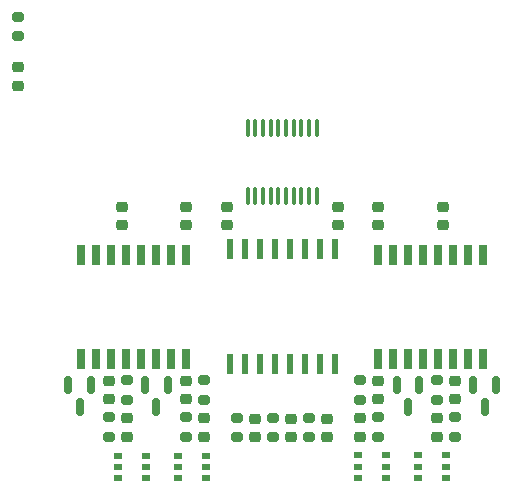
<source format=gbr>
%TF.GenerationSoftware,KiCad,Pcbnew,8.0.0*%
%TF.CreationDate,2024-03-05T00:42:56-08:00*%
%TF.ProjectId,DSS-SSR4E,4453532d-5353-4523-9445-2e6b69636164,rev?*%
%TF.SameCoordinates,Original*%
%TF.FileFunction,Paste,Top*%
%TF.FilePolarity,Positive*%
%FSLAX46Y46*%
G04 Gerber Fmt 4.6, Leading zero omitted, Abs format (unit mm)*
G04 Created by KiCad (PCBNEW 8.0.0) date 2024-03-05 00:42:56*
%MOMM*%
%LPD*%
G01*
G04 APERTURE LIST*
G04 Aperture macros list*
%AMRoundRect*
0 Rectangle with rounded corners*
0 $1 Rounding radius*
0 $2 $3 $4 $5 $6 $7 $8 $9 X,Y pos of 4 corners*
0 Add a 4 corners polygon primitive as box body*
4,1,4,$2,$3,$4,$5,$6,$7,$8,$9,$2,$3,0*
0 Add four circle primitives for the rounded corners*
1,1,$1+$1,$2,$3*
1,1,$1+$1,$4,$5*
1,1,$1+$1,$6,$7*
1,1,$1+$1,$8,$9*
0 Add four rect primitives between the rounded corners*
20,1,$1+$1,$2,$3,$4,$5,0*
20,1,$1+$1,$4,$5,$6,$7,0*
20,1,$1+$1,$6,$7,$8,$9,0*
20,1,$1+$1,$8,$9,$2,$3,0*%
G04 Aperture macros list end*
%ADD10RoundRect,0.200000X-0.275000X0.200000X-0.275000X-0.200000X0.275000X-0.200000X0.275000X0.200000X0*%
%ADD11RoundRect,0.225000X0.250000X-0.225000X0.250000X0.225000X-0.250000X0.225000X-0.250000X-0.225000X0*%
%ADD12RoundRect,0.150000X-0.150000X0.587500X-0.150000X-0.587500X0.150000X-0.587500X0.150000X0.587500X0*%
%ADD13RoundRect,0.218750X0.256250X-0.218750X0.256250X0.218750X-0.256250X0.218750X-0.256250X-0.218750X0*%
%ADD14R,0.700000X0.510000*%
%ADD15R,0.760000X1.700000*%
%ADD16RoundRect,0.030600X0.224400X-0.806900X0.224400X0.806900X-0.224400X0.806900X-0.224400X-0.806900X0*%
%ADD17RoundRect,0.225000X-0.250000X0.225000X-0.250000X-0.225000X0.250000X-0.225000X0.250000X0.225000X0*%
%ADD18RoundRect,0.100000X-0.100000X0.637500X-0.100000X-0.637500X0.100000X-0.637500X0.100000X0.637500X0*%
%ADD19RoundRect,0.218750X-0.256250X0.218750X-0.256250X-0.218750X0.256250X-0.218750X0.256250X0.218750X0*%
%ADD20RoundRect,0.200000X0.275000X-0.200000X0.275000X0.200000X-0.275000X0.200000X-0.275000X-0.200000X0*%
G04 APERTURE END LIST*
D10*
%TO.C,R10*%
X217907000Y-108719000D03*
X217907000Y-110369000D03*
%TD*%
D11*
%TO.C,C8*%
X216383000Y-110319000D03*
X216383000Y-108769000D03*
%TD*%
D12*
%TO.C,D3*%
X214818400Y-109063700D03*
X212918400Y-109063700D03*
X213868400Y-110938700D03*
%TD*%
D10*
%TO.C,R9*%
X211379200Y-108719000D03*
X211379200Y-110369000D03*
%TD*%
D11*
%TO.C,C7*%
X209855200Y-110319000D03*
X209855200Y-108769000D03*
%TD*%
D12*
%TO.C,D2*%
X208316000Y-109063700D03*
X206416000Y-109063700D03*
X207366000Y-110938700D03*
%TD*%
D10*
%TO.C,R5*%
X209855200Y-111855900D03*
X209855200Y-113505900D03*
%TD*%
D13*
%TO.C,D6*%
X211379200Y-113506500D03*
X211379200Y-111931500D03*
%TD*%
D10*
%TO.C,R6*%
X216383000Y-111855900D03*
X216383000Y-113505900D03*
%TD*%
D13*
%TO.C,D7*%
X217907000Y-113506500D03*
X217907000Y-111931500D03*
%TD*%
D10*
%TO.C,R2*%
X220688300Y-111894000D03*
X220688300Y-113544000D03*
%TD*%
D11*
%TO.C,C11*%
X222212300Y-113494000D03*
X222212300Y-111944000D03*
%TD*%
D10*
%TO.C,R3*%
X223749000Y-111894000D03*
X223749000Y-113544000D03*
%TD*%
D11*
%TO.C,C12*%
X225273000Y-113494000D03*
X225273000Y-111944000D03*
%TD*%
D10*
%TO.C,R4*%
X226809700Y-111894000D03*
X226809700Y-113544000D03*
%TD*%
D11*
%TO.C,C13*%
X228333700Y-113494000D03*
X228333700Y-111944000D03*
%TD*%
D10*
%TO.C,R11*%
X231115000Y-108719000D03*
X231115000Y-110369000D03*
%TD*%
D11*
%TO.C,C9*%
X232639000Y-110319000D03*
X232639000Y-108769000D03*
%TD*%
D12*
%TO.C,D4*%
X236103600Y-109063700D03*
X234203600Y-109063700D03*
X235153600Y-110938700D03*
%TD*%
D10*
%TO.C,R12*%
X237642800Y-108719000D03*
X237642800Y-110369000D03*
%TD*%
D11*
%TO.C,C10*%
X239166800Y-110319000D03*
X239166800Y-108769000D03*
%TD*%
D12*
%TO.C,D5*%
X242606000Y-109063700D03*
X240706000Y-109063700D03*
X241656000Y-110938700D03*
%TD*%
D10*
%TO.C,R8*%
X239166800Y-111855900D03*
X239166800Y-113505900D03*
%TD*%
D13*
%TO.C,D9*%
X237642800Y-113506500D03*
X237642800Y-111931500D03*
%TD*%
D10*
%TO.C,R7*%
X232639000Y-111855900D03*
X232639000Y-113505900D03*
%TD*%
D13*
%TO.C,D8*%
X231115000Y-113506500D03*
X231115000Y-111931500D03*
%TD*%
D14*
%TO.C,Q4*%
X238371000Y-116971000D03*
X238371000Y-116021000D03*
X238371000Y-115071000D03*
X236051000Y-115071000D03*
X236051000Y-116021000D03*
X236051000Y-116971000D03*
%TD*%
%TO.C,Q3*%
X233291000Y-116971000D03*
X233291000Y-116021000D03*
X233291000Y-115071000D03*
X230971000Y-115071000D03*
X230971000Y-116021000D03*
X230971000Y-116971000D03*
%TD*%
%TO.C,Q2*%
X215723110Y-115100049D03*
X215723110Y-116050049D03*
X215723110Y-117000049D03*
X218043110Y-117000049D03*
X218043110Y-116050049D03*
X218043110Y-115100049D03*
%TD*%
%TO.C,Q1*%
X210643110Y-115100049D03*
X210643110Y-116050049D03*
X210643110Y-117000049D03*
X212963110Y-117000049D03*
X212963110Y-116050049D03*
X212963110Y-115100049D03*
%TD*%
D15*
%TO.C,TR2*%
X241529000Y-98072500D03*
X240259000Y-98072500D03*
X238989000Y-98072500D03*
X237719000Y-98072500D03*
X236449000Y-98072500D03*
X235179000Y-98072500D03*
X233909000Y-98072500D03*
X232639000Y-98072500D03*
X232639000Y-106872500D03*
X233909000Y-106872500D03*
X235179000Y-106872500D03*
X236449000Y-106872500D03*
X237719000Y-106872500D03*
X238989000Y-106872500D03*
X240259000Y-106872500D03*
X241529000Y-106872500D03*
%TD*%
D16*
%TO.C,U2*%
X220066000Y-107335000D03*
X221336000Y-107335000D03*
X222606000Y-107335000D03*
X223876000Y-107335000D03*
X225146000Y-107335000D03*
X226416000Y-107335000D03*
X227686000Y-107335000D03*
X228956000Y-107335000D03*
X228956000Y-97610000D03*
X227686000Y-97610000D03*
X226416000Y-97610000D03*
X225146000Y-97610000D03*
X223876000Y-97610000D03*
X222606000Y-97610000D03*
X221336000Y-97610000D03*
X220066000Y-97610000D03*
%TD*%
D15*
%TO.C,TR1*%
X216383000Y-98072500D03*
X215113000Y-98072500D03*
X213843000Y-98072500D03*
X212573000Y-98072500D03*
X211303000Y-98072500D03*
X210033000Y-98072500D03*
X208763000Y-98072500D03*
X207493000Y-98072500D03*
X207493000Y-106872500D03*
X208763000Y-106872500D03*
X210033000Y-106872500D03*
X211303000Y-106872500D03*
X212573000Y-106872500D03*
X213843000Y-106872500D03*
X215113000Y-106872500D03*
X216383000Y-106872500D03*
%TD*%
D11*
%TO.C,C6*%
X238100000Y-95587000D03*
X238100000Y-94037000D03*
%TD*%
%TO.C,C5*%
X232639000Y-95587000D03*
X232639000Y-94037000D03*
%TD*%
%TO.C,C4*%
X229210000Y-95587000D03*
X229210000Y-94037000D03*
%TD*%
D17*
%TO.C,C3*%
X219812000Y-94037000D03*
X219812000Y-95587000D03*
%TD*%
D11*
%TO.C,C2*%
X216383000Y-95587000D03*
X216383000Y-94037000D03*
%TD*%
%TO.C,C1*%
X210922000Y-95587000D03*
X210922000Y-94037000D03*
%TD*%
D18*
%TO.C,U1*%
X227436000Y-87377500D03*
X226786000Y-87377500D03*
X226136000Y-87377500D03*
X225486000Y-87377500D03*
X224836000Y-87377500D03*
X224186000Y-87377500D03*
X223536000Y-87377500D03*
X222886000Y-87377500D03*
X222236000Y-87377500D03*
X221586000Y-87377500D03*
X221586000Y-93102500D03*
X222236000Y-93102500D03*
X222886000Y-93102500D03*
X223536000Y-93102500D03*
X224186000Y-93102500D03*
X224836000Y-93102500D03*
X225486000Y-93102500D03*
X226136000Y-93102500D03*
X226786000Y-93102500D03*
X227436000Y-93102500D03*
%TD*%
D19*
%TO.C,D1*%
X202133600Y-82213500D03*
X202133600Y-83788500D03*
%TD*%
D20*
%TO.C,R1*%
X202133600Y-79558800D03*
X202133600Y-77908800D03*
%TD*%
M02*

</source>
